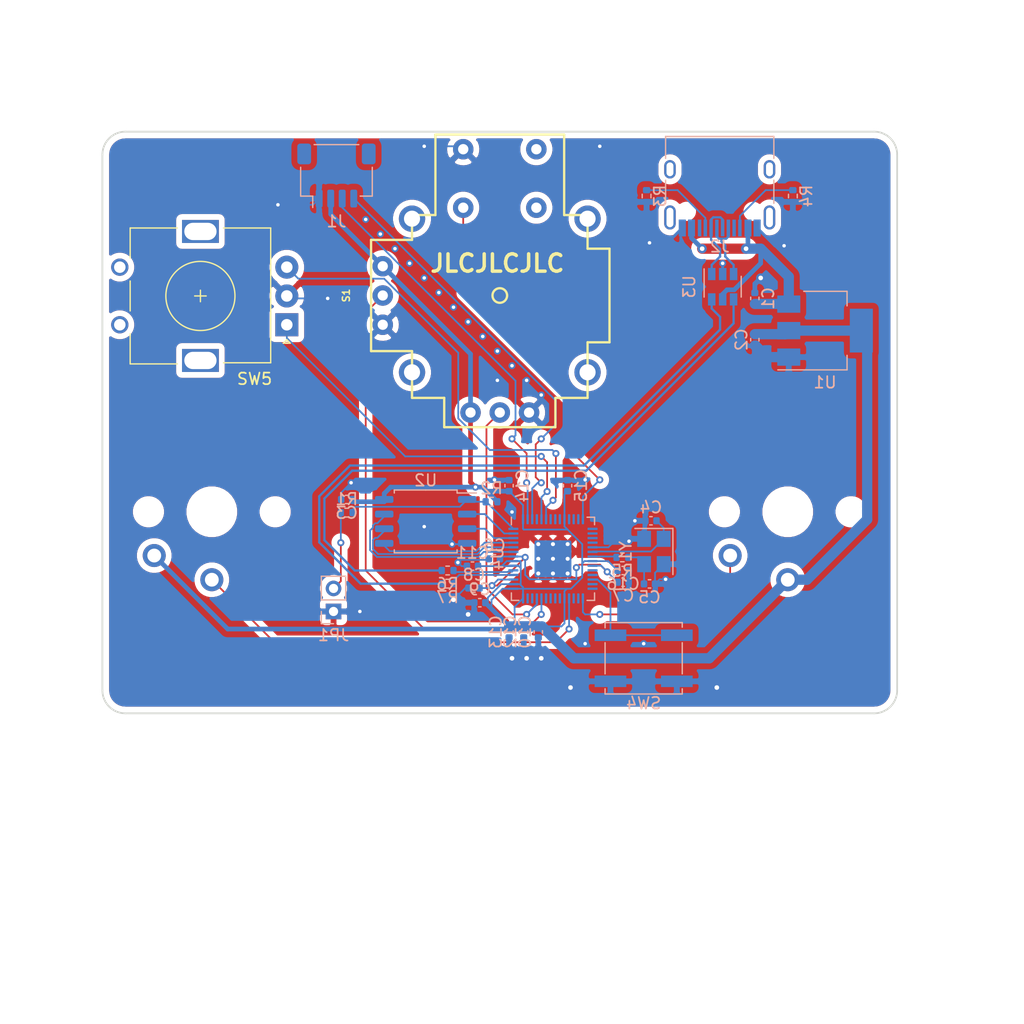
<source format=kicad_pcb>
(kicad_pcb (version 20171130) (host pcbnew "(5.1.12)-1")
  (layers (0 F.Cu signal) (31 B.Cu signal) (34 B.Paste user) (35 F.Paste user) (36 B.SilkS user) (37 F.SilkS user) (38 B.Mask user) (39 F.Mask user) (44 Edge.Cuts user))
  (net 0 "")
  (net 1 GND)
  (net 2 +3V3)
  (net 3 Y_POS)
  (net 4 X_POS)
  (net 5 VBUS)
  (net 6 /XIN)
  (net 7 "Net-(C5-Pad1)")
  (net 8 +1V1)
  (net 9 "Net-(J2-PadA5)")
  (net 10 /USB+)
  (net 11 "Net-(J2-PadB5)")
  (net 12 /QSPISS)
  (net 13 /XOUT)
  (net 14 "Net-(R6-Pad2)")
  (net 15 "Net-(R7-Pad2)")
  (net 16 BUTTON_C)
  (net 17 BUTTON_L)
  (net 18 BUTTON_R)
  (net 19 /RESET)
  (net 20 ENC_A)
  (net 21 ENC_B)
  (net 22 /QSPISD3)
  (net 23 /QSPICLK)
  (net 24 /QSPISD0)
  (net 25 /QSPISD2)
  (net 26 /QSPISD1)
  (net 27 DATA-)
  (net 28 DATA+)
  (net 29 /USB-)
  (net 30 I2C_SCL)
  (net 31 I2C_SDA)
  (net 32 "Net-(JP1-Pad2)")
  (module Connector_PinHeader_2.00mm:PinHeader_1x02_P2.00mm_Vertical (layer B.Cu) (at 20.066 41.656)
    (fp_text reference JP1 (at 0 2.06) (layer B.SilkS) (effects (justify mirror)))
    (fp_text value Jumper_NO_Small hide)
    (pad 2 thru_hole oval (at 0 -2) (size 1.35 1.35) (drill 0.8) (layers *.Cu *.Mask) (net 32 "Net-(JP1-Pad2)"))
    (pad 1 thru_hole rect (at 0 0) (size 1.35 1.35) (drill 0.8) (layers *.Cu *.Mask) (net 1 GND))
  )
  (module Resistor_SMD:R_0402_1005Metric (layer B.Cu) (at 33.782 32.131 180)
    (fp_text reference R2 (at 0 1.17) (layer B.SilkS) (effects (justify mirror)))
    (fp_text value DNP)
    (pad 2 smd roundrect (at 0.51 0 180) (size 0.54 0.64) (layers B.Cu B.Paste B.Mask) (net 12 /QSPISS))
    (pad 1 smd roundrect (at -0.51 0 180) (size 0.54 0.64) (layers B.Cu B.Paste B.Mask) (net 2 +3V3))
  )
  (module Connector_USB:USB_C_Receptacle_HRO_TYPE-C-31-M-12 (layer B.Cu) (at 53.594 4.318)
    (fp_text reference J2 (at 0 5.645) (layer B.SilkS) (effects (justify mirror)))
    (fp_text value USB_C_Receptacle_USB2.0 hide)
    (pad B1 smd rect (at 3.25 4.045) (size 0.6 1.45) (layers B.Cu B.Paste B.Mask) (net 1 GND))
    (pad A9 smd rect (at 2.45 4.045) (size 0.6 1.45) (layers B.Cu B.Paste B.Mask) (net 5 VBUS))
    (pad B9 smd rect (at -2.45 4.045) (size 0.6 1.45) (layers B.Cu B.Paste B.Mask) (net 5 VBUS))
    (pad B12 smd rect (at -3.25 4.045) (size 0.6 1.45) (layers B.Cu B.Paste B.Mask) (net 1 GND))
    (pad A1 smd rect (at -3.25 4.045) (size 0.6 1.45) (layers B.Cu B.Paste B.Mask) (net 1 GND))
    (pad A4 smd rect (at -2.45 4.045) (size 0.6 1.45) (layers B.Cu B.Paste B.Mask) (net 5 VBUS))
    (pad B4 smd rect (at 2.45 4.045) (size 0.6 1.45) (layers B.Cu B.Paste B.Mask) (net 5 VBUS))
    (pad A12 smd rect (at 3.25 4.045) (size 0.6 1.45) (layers B.Cu B.Paste B.Mask) (net 1 GND))
    (pad B8 smd rect (at -1.75 4.045) (size 0.3 1.45) (layers B.Cu B.Paste B.Mask))
    (pad A5 smd rect (at -1.25 4.045) (size 0.3 1.45) (layers B.Cu B.Paste B.Mask) (net 9 "Net-(J2-PadA5)"))
    (pad B7 smd rect (at -0.75 4.045) (size 0.3 1.45) (layers B.Cu B.Paste B.Mask) (net 29 /USB-))
    (pad A7 smd rect (at 0.25 4.045) (size 0.3 1.45) (layers B.Cu B.Paste B.Mask) (net 29 /USB-))
    (pad B6 smd rect (at 0.75 4.045) (size 0.3 1.45) (layers B.Cu B.Paste B.Mask) (net 10 /USB+))
    (pad A8 smd rect (at 1.25 4.045) (size 0.3 1.45) (layers B.Cu B.Paste B.Mask))
    (pad B5 smd rect (at 1.75 4.045) (size 0.3 1.45) (layers B.Cu B.Paste B.Mask) (net 11 "Net-(J2-PadB5)"))
    (pad A6 smd rect (at -0.25 4.045) (size 0.3 1.45) (layers B.Cu B.Paste B.Mask) (net 10 /USB+))
    (pad S1 thru_hole oval (at 4.32 3.13) (size 1 2.1) (drill oval 0.6 1.7) (layers *.Cu *.Mask))
    (pad S1 thru_hole oval (at -4.32 3.13) (size 1 2.1) (drill oval 0.6 1.7) (layers *.Cu *.Mask))
    (pad "" np_thru_hole circle (at -2.89 2.6) (size 0.65 0.65) (drill 0.65) (layers *.Cu *.Mask))
    (pad S1 thru_hole oval (at -4.32 -1.05) (size 1 1.6) (drill oval 0.6 1.2) (layers *.Cu *.Mask))
    (pad "" np_thru_hole circle (at 2.89 2.6) (size 0.65 0.65) (drill 0.65) (layers *.Cu *.Mask))
    (pad S1 thru_hole oval (at 4.32 -1.05) (size 1 1.6) (drill oval 0.6 1.2) (layers *.Cu *.Mask))
  )
  (module Resistor_SMD:R_0402_1005Metric (layer B.Cu) (at 29.972 39.243)
    (fp_text reference R7 (at 0 1.17) (layer B.SilkS) (effects (justify mirror)))
    (fp_text value 22 hide)
    (pad 2 smd roundrect (at 0.51 0) (size 0.54 0.64) (layers B.Cu B.Paste B.Mask) (net 15 "Net-(R7-Pad2)"))
    (pad 1 smd roundrect (at -0.51 0) (size 0.54 0.64) (layers B.Cu B.Paste B.Mask) (net 27 DATA-))
  )
  (module Resistor_SMD:R_0402_1005Metric (layer B.Cu) (at 29.972 38.1)
    (fp_text reference R6 (at 0 1.17) (layer B.SilkS) (effects (justify mirror)))
    (fp_text value 22 hide)
    (pad 2 smd roundrect (at 0.51 0) (size 0.54 0.64) (layers B.Cu B.Paste B.Mask) (net 14 "Net-(R6-Pad2)"))
    (pad 1 smd roundrect (at -0.51 0) (size 0.54 0.64) (layers B.Cu B.Paste B.Mask) (net 28 DATA+))
  )
  (module Resistor_SMD:R_0402_1005Metric (layer B.Cu) (at 45.139 36.957)
    (fp_text reference R5 (at 0 1.17) (layer B.SilkS) (effects (justify mirror)))
    (fp_text value 1k hide)
    (pad 2 smd roundrect (at 0.51 0) (size 0.54 0.64) (layers B.Cu B.Paste B.Mask) (net 7 "Net-(C5-Pad1)"))
    (pad 1 smd roundrect (at -0.51 0) (size 0.54 0.64) (layers B.Cu B.Paste B.Mask) (net 13 /XOUT))
  )
  (module Resistor_SMD:R_0402_1005Metric (layer B.Cu) (at 59.944 5.588 90)
    (fp_text reference R4 (at 0 1.17 90) (layer B.SilkS) (effects (justify mirror)))
    (fp_text value 5.1k hide)
    (pad 2 smd roundrect (at 0.51 0 90) (size 0.54 0.64) (layers B.Cu B.Paste B.Mask) (net 11 "Net-(J2-PadB5)"))
    (pad 1 smd roundrect (at -0.51 0 90) (size 0.54 0.64) (layers B.Cu B.Paste B.Mask) (net 1 GND))
  )
  (module Resistor_SMD:R_0402_1005Metric (layer B.Cu) (at 47.244 5.588 90)
    (fp_text reference R3 (at 0 1.17 270) (layer B.SilkS) (effects (justify mirror)))
    (fp_text value 5.1k hide)
    (pad 2 smd roundrect (at 0.51 0 90) (size 0.54 0.64) (layers B.Cu B.Paste B.Mask) (net 9 "Net-(J2-PadA5)"))
    (pad 1 smd roundrect (at -0.51 0 90) (size 0.54 0.64) (layers B.Cu B.Paste B.Mask) (net 1 GND))
  )
  (module Resistor_SMD:R_0402_1005Metric (layer B.Cu) (at 21.209 33.074 180)
    (fp_text reference R1 (at 0 1.17) (layer B.SilkS) (effects (justify mirror)))
    (fp_text value 1K hide)
    (pad 2 smd roundrect (at 0.51 0 180) (size 0.54 0.64) (layers B.Cu B.Paste B.Mask) (net 32 "Net-(JP1-Pad2)"))
    (pad 1 smd roundrect (at -0.51 0 180) (size 0.54 0.64) (layers B.Cu B.Paste B.Mask) (net 12 /QSPISS))
  )
  (module Capacitor_SMD:C_0402_1005Metric (layer B.Cu) (at 45.208 38.1)
    (fp_text reference C16 (at 0 1.16) (layer B.SilkS) (effects (justify mirror)))
    (fp_text value 100n hide)
    (pad 2 smd roundrect (at 0.48 0) (size 0.56 0.62) (layers B.Cu B.Paste B.Mask) (net 1 GND))
    (pad 1 smd roundrect (at -0.48 0) (size 0.56 0.62) (layers B.Cu B.Paste B.Mask) (net 2 +3V3))
  )
  (module Capacitor_SMD:C_0402_1005Metric (layer B.Cu) (at 40.386 30.734 90)
    (fp_text reference C15 (at 0 1.16 90) (layer B.SilkS) (effects (justify mirror)))
    (fp_text value 100n hide)
    (pad 2 smd roundrect (at 0.48 0 90) (size 0.56 0.62) (layers B.Cu B.Paste B.Mask) (net 1 GND))
    (pad 1 smd roundrect (at -0.48 0 90) (size 0.56 0.62) (layers B.Cu B.Paste B.Mask) (net 2 +3V3))
  )
  (module Capacitor_SMD:C_0402_1005Metric (layer B.Cu) (at 35.306 30.734 90)
    (fp_text reference C14 (at 0 1.16 90) (layer B.SilkS) (effects (justify mirror)))
    (fp_text value 100n hide)
    (pad 2 smd roundrect (at 0.48 0 90) (size 0.56 0.62) (layers B.Cu B.Paste B.Mask) (net 1 GND))
    (pad 1 smd roundrect (at -0.48 0 90) (size 0.56 0.62) (layers B.Cu B.Paste B.Mask) (net 2 +3V3))
  )
  (module Capacitor_SMD:C_0402_1005Metric (layer B.Cu) (at 35.306 43.434 270)
    (fp_text reference C13 (at 0 1.16 90) (layer B.SilkS) (effects (justify mirror)))
    (fp_text value 1u hide)
    (pad 2 smd roundrect (at 0.48 0 270) (size 0.56 0.62) (layers B.Cu B.Paste B.Mask) (net 1 GND))
    (pad 1 smd roundrect (at -0.48 0 270) (size 0.56 0.62) (layers B.Cu B.Paste B.Mask) (net 2 +3V3))
  )
  (module Capacitor_SMD:C_0402_1005Metric (layer B.Cu) (at 36.576 43.434 270)
    (fp_text reference C12 (at 0 1.16 90) (layer B.SilkS) (effects (justify mirror)))
    (fp_text value 100n hide)
    (pad 2 smd roundrect (at 0.48 0 270) (size 0.56 0.62) (layers B.Cu B.Paste B.Mask) (net 1 GND))
    (pad 1 smd roundrect (at -0.48 0 270) (size 0.56 0.62) (layers B.Cu B.Paste B.Mask) (net 2 +3V3))
  )
  (module Capacitor_SMD:C_0402_1005Metric (layer B.Cu) (at 32.131 37.719 180)
    (fp_text reference C11 (at 0 1.16) (layer B.SilkS) (effects (justify mirror)))
    (fp_text value 100n hide)
    (pad 2 smd roundrect (at 0.48 0 180) (size 0.56 0.62) (layers B.Cu B.Paste B.Mask) (net 1 GND))
    (pad 1 smd roundrect (at -0.48 0 180) (size 0.56 0.62) (layers B.Cu B.Paste B.Mask) (net 2 +3V3))
  )
  (module Capacitor_SMD:C_0402_1005Metric (layer B.Cu) (at 37.846 43.434 270)
    (fp_text reference C10 (at 0 1.16 90) (layer B.SilkS) (effects (justify mirror)))
    (fp_text value 100n hide)
    (pad 2 smd roundrect (at 0.48 0 270) (size 0.56 0.62) (layers B.Cu B.Paste B.Mask) (net 1 GND))
    (pad 1 smd roundrect (at -0.48 0 270) (size 0.56 0.62) (layers B.Cu B.Paste B.Mask) (net 2 +3V3))
  )
  (module Capacitor_SMD:C_0402_1005Metric (layer B.Cu) (at 32.766 40.894 180)
    (fp_text reference C9 (at 0 1.16) (layer B.SilkS) (effects (justify mirror)))
    (fp_text value 100n hide)
    (pad 2 smd roundrect (at 0.48 0 180) (size 0.56 0.62) (layers B.Cu B.Paste B.Mask) (net 1 GND))
    (pad 1 smd roundrect (at -0.48 0 180) (size 0.56 0.62) (layers B.Cu B.Paste B.Mask) (net 2 +3V3))
  )
  (module Capacitor_SMD:C_0402_1005Metric (layer B.Cu) (at 32.258 39.624 180)
    (fp_text reference C8 (at 0 1.16) (layer B.SilkS) (effects (justify mirror)))
    (fp_text value 1u hide)
    (pad 2 smd roundrect (at 0.48 0 180) (size 0.56 0.62) (layers B.Cu B.Paste B.Mask) (net 1 GND))
    (pad 1 smd roundrect (at -0.48 0 180) (size 0.56 0.62) (layers B.Cu B.Paste B.Mask) (net 8 +1V1))
  )
  (module Capacitor_SMD:C_0402_1005Metric (layer B.Cu) (at 45.208 39.116)
    (fp_text reference C7 (at 0 1.16) (layer B.SilkS) (effects (justify mirror)))
    (fp_text value 100n hide)
    (pad 1 smd roundrect (at -0.48 0) (size 0.56 0.62) (layers B.Cu B.Paste B.Mask) (net 8 +1V1))
    (pad 2 smd roundrect (at 0.48 0) (size 0.56 0.62) (layers B.Cu B.Paste B.Mask) (net 1 GND))
  )
  (module Capacitor_SMD:C_0402_1005Metric (layer B.Cu) (at 34.036 37.084 180)
    (fp_text reference C6 (at 0 1.16) (layer B.SilkS) (effects (justify mirror)))
    (fp_text value 100n hide)
    (pad 2 smd roundrect (at 0.48 0 180) (size 0.56 0.62) (layers B.Cu B.Paste B.Mask) (net 1 GND))
    (pad 1 smd roundrect (at -0.48 0 180) (size 0.56 0.62) (layers B.Cu B.Paste B.Mask) (net 8 +1V1))
  )
  (module Capacitor_SMD:C_0402_1005Metric (layer B.Cu) (at 47.498 39.262)
    (fp_text reference C5 (at 0 1.16) (layer B.SilkS) (effects (justify mirror)))
    (fp_text value 22p hide)
    (pad 2 smd roundrect (at 0.48 0) (size 0.56 0.62) (layers B.Cu B.Paste B.Mask) (net 1 GND))
    (pad 1 smd roundrect (at -0.48 0) (size 0.56 0.62) (layers B.Cu B.Paste B.Mask) (net 7 "Net-(C5-Pad1)"))
  )
  (module Capacitor_SMD:C_0402_1005Metric (layer B.Cu) (at 47.625 33.782 180)
    (fp_text reference C4 (at 0 1.16) (layer B.SilkS) (effects (justify mirror)))
    (fp_text value 22p hide)
    (pad 2 smd roundrect (at 0.48 0 180) (size 0.56 0.62) (layers B.Cu B.Paste B.Mask) (net 1 GND))
    (pad 1 smd roundrect (at -0.48 0 180) (size 0.56 0.62) (layers B.Cu B.Paste B.Mask) (net 6 /XIN))
  )
  (module Capacitor_SMD:C_0402_1005Metric (layer B.Cu) (at 21.209 31.931)
    (fp_text reference C3 (at 0 1.16) (layer B.SilkS) (effects (justify mirror)))
    (fp_text value 100n hide)
    (pad 2 smd roundrect (at 0.48 0) (size 0.56 0.62) (layers B.Cu B.Paste B.Mask) (net 2 +3V3))
    (pad 1 smd roundrect (at -0.48 0) (size 0.56 0.62) (layers B.Cu B.Paste B.Mask) (net 1 GND))
  )
  (module Capacitor_SMD:C_0402_1005Metric (layer B.Cu) (at 56.642 18.062 270)
    (fp_text reference C2 (at 0 1.16 90) (layer B.SilkS) (effects (justify mirror)))
    (fp_text value 22u hide)
    (pad 2 smd roundrect (at 0.48 0 270) (size 0.56 0.62) (layers B.Cu B.Paste B.Mask) (net 1 GND))
    (pad 1 smd roundrect (at -0.48 0 270) (size 0.56 0.62) (layers B.Cu B.Paste B.Mask) (net 2 +3V3))
  )
  (module Capacitor_SMD:C_0402_1005Metric (layer B.Cu) (at 56.642 14.478 90)
    (fp_text reference C1 (at 0 1.16 90) (layer B.SilkS) (effects (justify mirror)))
    (fp_text value 22u hide)
    (pad 2 smd roundrect (at 0.48 0 90) (size 0.56 0.62) (layers B.Cu B.Paste B.Mask) (net 1 GND))
    (pad 1 smd roundrect (at -0.48 0 90) (size 0.56 0.62) (layers B.Cu B.Paste B.Mask) (net 5 VBUS))
  )
  (module RP2040_minimal:RP2040-QFN-56 (layer B.Cu) (at 39.116 37.084 270)
    (fp_text reference U4 (at 0 4.82 270) (layer B.SilkS) (effects (justify mirror)))
    (fp_text value RP2040 hide)
    (pad 56 smd roundrect (at -2.6 3.4375 270) (size 0.2 0.875) (layers B.Cu B.Paste B.Mask) (net 12 /QSPISS))
    (pad 55 smd roundrect (at -2.2 3.4375 270) (size 0.2 0.875) (layers B.Cu B.Paste B.Mask) (net 26 /QSPISD1))
    (pad 54 smd roundrect (at -1.8 3.4375 270) (size 0.2 0.875) (layers B.Cu B.Paste B.Mask) (net 25 /QSPISD2))
    (pad 53 smd roundrect (at -1.4 3.4375 270) (size 0.2 0.875) (layers B.Cu B.Paste B.Mask) (net 24 /QSPISD0))
    (pad 52 smd roundrect (at -1 3.4375 270) (size 0.2 0.875) (layers B.Cu B.Paste B.Mask) (net 23 /QSPICLK))
    (pad 51 smd roundrect (at -0.6 3.4375 270) (size 0.2 0.875) (layers B.Cu B.Paste B.Mask) (net 22 /QSPISD3))
    (pad 50 smd roundrect (at -0.2 3.4375 270) (size 0.2 0.875) (layers B.Cu B.Paste B.Mask) (net 8 +1V1))
    (pad 49 smd roundrect (at 0.2 3.4375 270) (size 0.2 0.875) (layers B.Cu B.Paste B.Mask) (net 2 +3V3))
    (pad 48 smd roundrect (at 0.6 3.4375 270) (size 0.2 0.875) (layers B.Cu B.Paste B.Mask) (net 2 +3V3))
    (pad 47 smd roundrect (at 1 3.4375 270) (size 0.2 0.875) (layers B.Cu B.Paste B.Mask) (net 14 "Net-(R6-Pad2)"))
    (pad 46 smd roundrect (at 1.4 3.4375 270) (size 0.2 0.875) (layers B.Cu B.Paste B.Mask) (net 15 "Net-(R7-Pad2)"))
    (pad 45 smd roundrect (at 1.8 3.4375 270) (size 0.2 0.875) (layers B.Cu B.Paste B.Mask) (net 8 +1V1))
    (pad 44 smd roundrect (at 2.2 3.4375 270) (size 0.2 0.875) (layers B.Cu B.Paste B.Mask) (net 2 +3V3))
    (pad 43 smd roundrect (at 2.6 3.4375 270) (size 0.2 0.875) (layers B.Cu B.Paste B.Mask) (net 2 +3V3))
    (pad 42 smd roundrect (at 3.4375 2.6 270) (size 0.875 0.2) (layers B.Cu B.Paste B.Mask) (net 2 +3V3))
    (pad 41 smd roundrect (at 3.4375 2.2 270) (size 0.875 0.2) (layers B.Cu B.Paste B.Mask))
    (pad 40 smd roundrect (at 3.4375 1.8 270) (size 0.875 0.2) (layers B.Cu B.Paste B.Mask))
    (pad 39 smd roundrect (at 3.4375 1.4 270) (size 0.875 0.2) (layers B.Cu B.Paste B.Mask) (net 4 X_POS))
    (pad 38 smd roundrect (at 3.4375 1 270) (size 0.875 0.2) (layers B.Cu B.Paste B.Mask) (net 3 Y_POS))
    (pad 37 smd roundrect (at 3.4375 0.6 270) (size 0.875 0.2) (layers B.Cu B.Paste B.Mask))
    (pad 36 smd roundrect (at 3.4375 0.2 270) (size 0.875 0.2) (layers B.Cu B.Paste B.Mask))
    (pad 35 smd roundrect (at 3.4375 -0.2 270) (size 0.875 0.2) (layers B.Cu B.Paste B.Mask))
    (pad 34 smd roundrect (at 3.4375 -0.6 270) (size 0.875 0.2) (layers B.Cu B.Paste B.Mask))
    (pad 33 smd roundrect (at 3.4375 -1 270) (size 0.875 0.2) (layers B.Cu B.Paste B.Mask) (net 2 +3V3))
    (pad 32 smd roundrect (at 3.4375 -1.4 270) (size 0.875 0.2) (layers B.Cu B.Paste B.Mask) (net 17 BUTTON_L))
    (pad 31 smd roundrect (at 3.4375 -1.8 270) (size 0.875 0.2) (layers B.Cu B.Paste B.Mask))
    (pad 30 smd roundrect (at 3.4375 -2.2 270) (size 0.875 0.2) (layers B.Cu B.Paste B.Mask))
    (pad 29 smd roundrect (at 3.4375 -2.6 270) (size 0.875 0.2) (layers B.Cu B.Paste B.Mask) (net 18 BUTTON_R))
    (pad 28 smd roundrect (at 2.6 -3.4375 270) (size 0.2 0.875) (layers B.Cu B.Paste B.Mask))
    (pad 27 smd roundrect (at 2.2 -3.4375 270) (size 0.2 0.875) (layers B.Cu B.Paste B.Mask))
    (pad 26 smd roundrect (at 1.8 -3.4375 270) (size 0.2 0.875) (layers B.Cu B.Paste B.Mask) (net 19 /RESET))
    (pad 25 smd roundrect (at 1.4 -3.4375 270) (size 0.2 0.875) (layers B.Cu B.Paste B.Mask))
    (pad 24 smd roundrect (at 1 -3.4375 270) (size 0.2 0.875) (layers B.Cu B.Paste B.Mask))
    (pad 23 smd roundrect (at 0.6 -3.4375 270) (size 0.2 0.875) (layers B.Cu B.Paste B.Mask) (net 8 +1V1))
    (pad 22 smd roundrect (at 0.2 -3.4375 270) (size 0.2 0.875) (layers B.Cu B.Paste B.Mask) (net 2 +3V3))
    (pad 21 smd roundrect (at -0.2 -3.4375 270) (size 0.2 0.875) (layers B.Cu B.Paste B.Mask) (net 13 /XOUT))
    (pad 20 smd roundrect (at -0.6 -3.4375 270) (size 0.2 0.875) (layers B.Cu B.Paste B.Mask) (net 6 /XIN))
    (pad 19 smd roundrect (at -1 -3.4375 270) (size 0.2 0.875) (layers B.Cu B.Paste B.Mask) (net 1 GND))
    (pad 18 smd roundrect (at -1.4 -3.4375 270) (size 0.2 0.875) (layers B.Cu B.Paste B.Mask))
    (pad 17 smd roundrect (at -1.8 -3.4375 270) (size 0.2 0.875) (layers B.Cu B.Paste B.Mask))
    (pad 16 smd roundrect (at -2.2 -3.4375 270) (size 0.2 0.875) (layers B.Cu B.Paste B.Mask))
    (pad 15 smd roundrect (at -2.6 -3.4375 270) (size 0.2 0.875) (layers B.Cu B.Paste B.Mask))
    (pad 14 smd roundrect (at -3.4375 -2.6 270) (size 0.875 0.2) (layers B.Cu B.Paste B.Mask) (net 16 BUTTON_C))
    (pad 13 smd roundrect (at -3.4375 -2.2 270) (size 0.875 0.2) (layers B.Cu B.Paste B.Mask))
    (pad 12 smd roundrect (at -3.4375 -1.8 270) (size 0.875 0.2) (layers B.Cu B.Paste B.Mask))
    (pad 11 smd roundrect (at -3.4375 -1.4 270) (size 0.875 0.2) (layers B.Cu B.Paste B.Mask))
    (pad 10 smd roundrect (at -3.4375 -1 270) (size 0.875 0.2) (layers B.Cu B.Paste B.Mask) (net 2 +3V3))
    (pad 9 smd roundrect (at -3.4375 -0.6 270) (size 0.875 0.2) (layers B.Cu B.Paste B.Mask))
    (pad 8 smd roundrect (at -3.4375 -0.2 270) (size 0.875 0.2) (layers B.Cu B.Paste B.Mask))
    (pad 7 smd roundrect (at -3.4375 0.2 270) (size 0.875 0.2) (layers B.Cu B.Paste B.Mask))
    (pad 6 smd roundrect (at -3.4375 0.6 270) (size 0.875 0.2) (layers B.Cu B.Paste B.Mask) (net 21 ENC_B))
    (pad 5 smd roundrect (at -3.4375 1 270) (size 0.875 0.2) (layers B.Cu B.Paste B.Mask) (net 20 ENC_A))
    (pad 4 smd roundrect (at -3.4375 1.4 270) (size 0.875 0.2) (layers B.Cu B.Paste B.Mask))
    (pad 3 smd roundrect (at -3.4375 1.8 270) (size 0.875 0.2) (layers B.Cu B.Paste B.Mask) (net 30 I2C_SCL))
    (pad 2 smd roundrect (at -3.4375 2.2 270) (size 0.875 0.2) (layers B.Cu B.Paste B.Mask) (net 31 I2C_SDA))
    (pad 1 smd roundrect (at -3.4375 2.6 270) (size 0.875 0.2) (layers B.Cu B.Paste B.Mask) (net 2 +3V3))
    (pad 57 thru_hole circle (at 1.275 -1.275 270) (size 0.6 0.6) (drill 0.35) (layers *.Cu) (net 1 GND))
    (pad 57 thru_hole circle (at 0 -1.275 270) (size 0.6 0.6) (drill 0.35) (layers *.Cu) (net 1 GND))
    (pad 57 thru_hole circle (at -1.275 -1.275 270) (size 0.6 0.6) (drill 0.35) (layers *.Cu) (net 1 GND))
    (pad 57 thru_hole circle (at 1.275 0 270) (size 0.6 0.6) (drill 0.35) (layers *.Cu) (net 1 GND))
    (pad 57 thru_hole circle (at 0 0 270) (size 0.6 0.6) (drill 0.35) (layers *.Cu) (net 1 GND))
    (pad 57 thru_hole circle (at -1.275 0 270) (size 0.6 0.6) (drill 0.35) (layers *.Cu) (net 1 GND))
    (pad 57 thru_hole circle (at 1.275 1.275 270) (size 0.6 0.6) (drill 0.35) (layers *.Cu) (net 1 GND))
    (pad 57 thru_hole circle (at 0 1.275 270) (size 0.6 0.6) (drill 0.35) (layers *.Cu) (net 1 GND))
    (pad 57 thru_hole circle (at -1.275 1.275 270) (size 0.6 0.6) (drill 0.35) (layers *.Cu) (net 1 GND))
    (pad 57 smd roundrect (at 0 0 270) (size 3.2 3.2) (layers B.Cu B.Mask) (roundrect_rratio 0.045) (net 1 GND))
  )
  (module Connector_JST:JST_SH_SM04B-SRSS-TB_1x04-1MP_P1.00mm_Horizontal (layer B.Cu) (at 20.32 3.81)
    (fp_text reference J1 (at 0 3.98) (layer B.SilkS) (effects (justify mirror)))
    (fp_text value Conn_01x04 hide)
    (pad MP smd roundrect (at 2.8 -1.875) (size 1.2 1.8) (layers B.Cu B.Paste B.Mask) (roundrect_rratio 0.208333))
    (pad MP smd roundrect (at -2.8 -1.875) (size 1.2 1.8) (layers B.Cu B.Paste B.Mask) (roundrect_rratio 0.208333))
    (pad 4 smd roundrect (at 1.5 2) (size 0.6 1.55) (layers B.Cu B.Paste B.Mask) (net 30 I2C_SCL))
    (pad 3 smd roundrect (at 0.5 2) (size 0.6 1.55) (layers B.Cu B.Paste B.Mask) (net 31 I2C_SDA))
    (pad 2 smd roundrect (at -0.5 2) (size 0.6 1.55) (layers B.Cu B.Paste B.Mask) (net 2 +3V3))
    (pad 1 smd roundrect (at -1.5 2) (size 0.6 1.55) (layers B.Cu B.Paste B.Mask) (net 1 GND))
  )
  (module Crystal:Crystal_SMD_3225-4Pin_3.2x2.5mm (layer B.Cu) (at 47.879 36.449 270)
    (fp_text reference Y1 (at 0 2.45 90) (layer B.SilkS) (effects (justify mirror)))
    (fp_text value 12MHz hide)
    (pad 4 smd rect (at -1.1 0.85 270) (size 1.4 1.2) (layers B.Cu B.Paste B.Mask) (net 1 GND))
    (pad 3 smd rect (at 1.1 0.85 270) (size 1.4 1.2) (layers B.Cu B.Paste B.Mask) (net 7 "Net-(C5-Pad1)"))
    (pad 2 smd rect (at 1.1 -0.85 270) (size 1.4 1.2) (layers B.Cu B.Paste B.Mask) (net 1 GND))
    (pad 1 smd rect (at -1.1 -0.85 270) (size 1.4 1.2) (layers B.Cu B.Paste B.Mask) (net 6 /XIN))
  )
  (module Package_TO_SOT_SMD:SOT-23-6 (layer B.Cu) (at 53.848 13.462 270)
    (fp_text reference U3 (at 0 2.9 90) (layer B.SilkS) (effects (justify mirror)))
    (fp_text value USBLC6-2SC6 hide)
    (pad 5 smd rect (at 1.1 0 270) (size 1.06 0.65) (layers B.Cu B.Paste B.Mask) (net 5 VBUS))
    (pad 6 smd rect (at 1.1 0.95 270) (size 1.06 0.65) (layers B.Cu B.Paste B.Mask) (net 27 DATA-))
    (pad 4 smd rect (at 1.1 -0.95 270) (size 1.06 0.65) (layers B.Cu B.Paste B.Mask) (net 28 DATA+))
    (pad 3 smd rect (at -1.1 -0.95 270) (size 1.06 0.65) (layers B.Cu B.Paste B.Mask) (net 10 /USB+))
    (pad 2 smd rect (at -1.1 0 270) (size 1.06 0.65) (layers B.Cu B.Paste B.Mask) (net 1 GND))
    (pad 1 smd rect (at -1.1 0.95 270) (size 1.06 0.65) (layers B.Cu B.Paste B.Mask) (net 29 /USB-))
  )
  (module Package_SO:SOIC-8_5.23x5.23mm_P1.27mm (layer B.Cu) (at 28.067 33.836 180)
    (fp_text reference U2 (at 0 3.56) (layer B.SilkS) (effects (justify mirror)))
    (fp_text value W25Q128JVS hide)
    (pad 8 smd roundrect (at 3.6 1.905 180) (size 1.6 0.6) (layers B.Cu B.Paste B.Mask) (net 2 +3V3))
    (pad 7 smd roundrect (at 3.6 0.635 180) (size 1.6 0.6) (layers B.Cu B.Paste B.Mask) (net 22 /QSPISD3))
    (pad 6 smd roundrect (at 3.6 -0.635 180) (size 1.6 0.6) (layers B.Cu B.Paste B.Mask) (net 23 /QSPICLK))
    (pad 5 smd roundrect (at 3.6 -1.905 180) (size 1.6 0.6) (layers B.Cu B.Paste B.Mask) (net 24 /QSPISD0))
    (pad 4 smd roundrect (at -3.6 -1.905 180) (size 1.6 0.6) (layers B.Cu B.Paste B.Mask) (net 1 GND))
    (pad 3 smd roundrect (at -3.6 -0.635 180) (size 1.6 0.6) (layers B.Cu B.Paste B.Mask) (net 25 /QSPISD2))
    (pad 2 smd roundrect (at -3.6 0.635 180) (size 1.6 0.6) (layers B.Cu B.Paste B.Mask) (net 26 /QSPISD1))
    (pad 1 smd roundrect (at -3.6 1.905 180) (size 1.6 0.6) (layers B.Cu B.Paste B.Mask) (net 12 /QSPISS))
  )
  (module Package_TO_SOT_SMD:SOT-223-3_TabPin2 (layer B.Cu) (at 62.738 17.272)
    (fp_text reference U1 (at 0 4.5) (layer B.SilkS) (effects (justify mirror)))
    (fp_text value AMS1117-3.3 hide)
    (pad 1 smd rect (at -3.15 2.3) (size 2 1.5) (layers B.Cu B.Paste B.Mask) (net 1 GND))
    (pad 3 smd rect (at -3.15 -2.3) (size 2 1.5) (layers B.Cu B.Paste B.Mask) (net 5 VBUS))
    (pad 2 smd rect (at -3.15 0) (size 2 1.5) (layers B.Cu B.Paste B.Mask) (net 2 +3V3))
    (pad 2 smd rect (at 3.15 0) (size 2 3.8) (layers B.Cu B.Paste B.Mask) (net 2 +3V3))
  )
  (module Rotary_Encoder:RotaryEncoder_Alps_EC11E_Vertical_H20mm (layer F.Cu) (at 16.01 16.764 180)
    (fp_text reference SW5 (at 2.8 -4.7) (layer F.SilkS))
    (fp_text value Rotary_Encoder hide)
    (pad A thru_hole rect (at 0 0 180) (size 2 2) (drill 1) (layers *.Cu *.Mask) (net 20 ENC_A))
    (pad C thru_hole circle (at 0 2.5 180) (size 2 2) (drill 1) (layers *.Cu *.Mask) (net 1 GND))
    (pad B thru_hole circle (at 0 5 180) (size 2 2) (drill 1) (layers *.Cu *.Mask) (net 21 ENC_B))
    (pad MP thru_hole rect (at 7.5 -3.1 180) (size 3.2 2) (drill oval 2.8 1.5) (layers *.Cu *.Mask))
    (pad MP thru_hole rect (at 7.5 8.1 180) (size 3.2 2) (drill oval 2.8 1.5) (layers *.Cu *.Mask))
    (pad "" thru_hole circle (at 14.5 0 180) (size 1.5 1.5) (drill 1) (layers *.Cu *.Mask))
    (pad "" thru_hole circle (at 14.5 5 180) (size 1.5 1.5) (drill 1) (layers *.Cu *.Mask))
  )
  (module Button_Switch_SMD:SW_SPST_EVQP0 (layer B.Cu) (at 46.99 45.72)
    (fp_text reference SW4 (at 0 3.9) (layer B.SilkS) (effects (justify mirror)))
    (fp_text value SW_SPST hide)
    (pad 2 smd rect (at 2.88 -2) (size 2.75 1) (layers B.Cu B.Paste B.Mask) (net 19 /RESET))
    (pad 2 smd rect (at -2.88 -2) (size 2.75 1) (layers B.Cu B.Paste B.Mask) (net 19 /RESET))
    (pad 1 smd rect (at -2.88 2) (size 2.75 1) (layers B.Cu B.Paste B.Mask) (net 1 GND))
    (pad 1 smd rect (at 2.88 2) (size 2.75 1) (layers B.Cu B.Paste B.Mask) (net 1 GND))
  )
  (module Keebio:Kailh-PG1350-1u-NoLED (layer F.Cu) (at 59.5 33)
    (fp_text reference SW3)
    (fp_text value SW_Push hide)
    (pad "" np_thru_hole circle (at 5.5 0 180) (size 1.7 1.7) (drill 1.7) (layers *.Cu *.Mask))
    (pad "" np_thru_hole circle (at -5.5 0 180) (size 1.7 1.7) (drill 1.7) (layers *.Cu *.Mask))
    (pad 2 thru_hole circle (at -5 3.8 41.9) (size 2 2) (drill 1.2) (layers *.Cu *.Mask) (net 18 BUTTON_R))
    (pad 1 thru_hole circle (at 0 5.9 180) (size 2 2) (drill 1.2) (layers *.Cu *.Mask) (net 2 +3V3))
    (pad "" np_thru_hole circle (at 0 0 180) (size 3.4 3.4) (drill 3.4) (layers *.Cu *.Mask))
  )
  (module Keebio:Kailh-PG1350-1u-NoLED (layer F.Cu) (at 9.5 33)
    (fp_text reference SW1)
    (fp_text value SW_Push hide)
    (pad "" np_thru_hole circle (at 5.5 0 180) (size 1.7 1.7) (drill 1.7) (layers *.Cu *.Mask))
    (pad "" np_thru_hole circle (at -5.5 0 180) (size 1.7 1.7) (drill 1.7) (layers *.Cu *.Mask))
    (pad 2 thru_hole circle (at -5 3.8 41.9) (size 2 2) (drill 1.2) (layers *.Cu *.Mask) (net 2 +3V3))
    (pad 1 thru_hole circle (at 0 5.9 180) (size 2 2) (drill 1.2) (layers *.Cu *.Mask) (net 17 BUTTON_L))
    (pad "" np_thru_hole circle (at 0 0 180) (size 3.4 3.4) (drill 3.4) (layers *.Cu *.Mask))
  )
  (module sparkfun-sw:JOYSTICK (layer F.Cu) (at 34.5 14.224)
    (fp_text reference S1 (at -13.335 0 90) (layer F.SilkS) (effects (font (size 0.6096 0.6096) (thickness 0.127))))
    (fp_text value JOYSTICK_THUMB hide)
    (pad V3 thru_hole circle (at -10.16 2.54) (size 1.778 1.778) (drill 0.889) (layers *.Cu *.Mask) (net 1 GND))
    (pad V2 thru_hole circle (at -10.16 0) (size 1.778 1.778) (drill 0.889) (layers *.Cu *.Mask) (net 3 Y_POS))
    (pad V1 thru_hole circle (at -10.16 -2.54) (size 1.778 1.778) (drill 0.889) (layers *.Cu *.Mask) (net 2 +3V3))
    (pad MOUN thru_hole circle (at 7.62 -6.6675) (size 2.286 2.286) (drill 1.397) (layers *.Cu *.Mask))
    (pad MOUN thru_hole circle (at 7.62 6.6675) (size 2.286 2.286) (drill 1.397) (layers *.Cu *.Mask))
    (pad MOUN thru_hole circle (at -7.62 6.6675) (size 2.286 2.286) (drill 1.397) (layers *.Cu *.Mask))
    (pad MOUN thru_hole circle (at -7.62 -6.6675) (size 2.286 2.286) (drill 1.397) (layers *.Cu *.Mask))
    (pad H3 thru_hole circle (at 2.54 10.16) (size 1.778 1.778) (drill 0.889) (layers *.Cu *.Mask) (net 1 GND))
    (pad H2 thru_hole circle (at 0 10.16) (size 1.778 1.778) (drill 0.889) (layers *.Cu *.Mask) (net 4 X_POS))
    (pad H1 thru_hole circle (at -2.54 10.16) (size 1.778 1.778) (drill 0.889) (layers *.Cu *.Mask) (net 2 +3V3))
    (pad B2B thru_hole circle (at 3.175 -7.62) (size 1.778 1.778) (drill 0.89916) (layers *.Cu *.Mask))
    (pad B2A thru_hole circle (at -3.175 -7.62) (size 1.778 1.778) (drill 0.89916) (layers *.Cu *.Mask) (net 16 BUTTON_C))
    (pad B1B thru_hole circle (at 3.175 -12.7) (size 1.778 1.778) (drill 0.89916) (layers *.Cu *.Mask))
    (pad B1A thru_hole circle (at -3.175 -12.7) (size 1.778 1.778) (drill 0.89916) (layers *.Cu *.Mask) (net 1 GND))
  )
  (gr_text JLCJLCJLC (at 34.29 11.43) (layer F.SilkS) (effects (font (size 1.5 1.5) (thickness 0.3))))
  (gr_arc (start 67 48.5) (end 69 48.5) (angle 90) (layer Edge.Cuts) (width 0.15))
  (gr_arc (start 2 48.5) (end 0 48.5) (angle -90) (layer Edge.Cuts) (width 0.15))
  (gr_arc (start 2 2) (end 0 2) (angle 90) (layer Edge.Cuts) (width 0.15))
  (gr_arc (start 67 2) (end 69 2) (angle -90) (layer Edge.Cuts) (width 0.15))
  (gr_line (start 0 48.5) (end 0 2) (layer Edge.Cuts) (width 0.15))
  (gr_line (start 67 50.5) (end 2 50.5) (layer Edge.Cuts) (width 0.15))
  (gr_line (start 69 2) (end 69 48.5) (layer Edge.Cuts) (width 0.15))
  (gr_line (start 2 0) (end 67 0) (layer Edge.Cuts) (width 0.15))
  (segment (start 47.029 33.898) (end 47.145 33.782) (width 0.1524) (layer B.Cu) (net 1))
  (segment (start 47.029 35.349) (end 47.029 33.898) (width 0.1524) (layer B.Cu) (net 1))
  (via (at 46.228 33.782) (size 0.6096) (drill 0.3048) (layers F.Cu B.Cu) (net 1))
  (via (at 48.895 38.862) (size 0.6096) (drill 0.3048) (layers F.Cu B.Cu) (net 1))
  (segment (start 46.228 33.782) (end 47.145 33.782) (width 0.1524) (layer B.Cu) (net 1))
  (via (at 53.848 11.43) (size 0.6096) (drill 0.3048) (layers F.Cu B.Cu) (net 1))
  (via (at 59.182 9.906) (size 0.6096) (drill 0.3048) (layers F.Cu B.Cu) (net 1))
  (segment (start 53.848 12.362) (end 53.848 11.43) (width 0.254) (layer B.Cu) (net 1))
  (segment (start 58.387 9.906) (end 59.182 9.906) (width 0.254) (layer B.Cu) (net 1))
  (segment (start 56.844 8.363) (end 58.387 9.906) (width 0.254) (layer B.Cu) (net 1))
  (via (at 47.498 9.652) (size 0.6096) (drill 0.3048) (layers F.Cu B.Cu) (net 1))
  (segment (start 49.055 9.652) (end 47.498 9.652) (width 0.254) (layer B.Cu) (net 1))
  (segment (start 50.344 8.363) (end 49.055 9.652) (width 0.254) (layer B.Cu) (net 1))
  (via (at 30.353 35.814) (size 0.6096) (drill 0.3048) (layers F.Cu B.Cu) (net 1))
  (segment (start 31.54 35.814) (end 31.667 35.941) (width 0.1524) (layer B.Cu) (net 1))
  (segment (start 30.353 35.814) (end 31.54 35.814) (width 0.1524) (layer B.Cu) (net 1))
  (segment (start 56.69801 18.57101) (end 56.642 18.57101) (width 0.889) (layer B.Cu) (net 1))
  (segment (start 57.699 19.572) (end 56.69801 18.57101) (width 0.889) (layer B.Cu) (net 1))
  (segment (start 59.588 19.572) (end 57.699 19.572) (width 0.889) (layer B.Cu) (net 1))
  (via (at 57.15 12.7) (size 0.8) (drill 0.4) (layers F.Cu B.Cu) (net 1))
  (segment (start 56.642 13.208) (end 57.15 12.7) (width 0.4064) (layer B.Cu) (net 1))
  (segment (start 56.642 13.998) (end 56.642 13.208) (width 0.4064) (layer B.Cu) (net 1))
  (via (at 21.59 30.48) (size 0.6096) (drill 0.3048) (layers F.Cu B.Cu) (net 1))
  (segment (start 20.729 32.131) (end 20.729 31.341) (width 0.1524) (layer B.Cu) (net 1))
  (segment (start 20.729 31.341) (end 21.59 30.48) (width 0.1524) (layer B.Cu) (net 1))
  (via (at 15.24 6.35) (size 0.6096) (drill 0.3048) (layers F.Cu B.Cu) (net 1))
  (segment (start 18.28 6.35) (end 18.82 5.81) (width 0.1524) (layer B.Cu) (net 1))
  (segment (start 15.24 6.35) (end 18.28 6.35) (width 0.1524) (layer B.Cu) (net 1))
  (via (at 27.94 1.27) (size 0.6096) (drill 0.3048) (layers F.Cu B.Cu) (net 1))
  (via (at 43.18 1.27) (size 0.6096) (drill 0.3048) (layers F.Cu B.Cu) (net 1))
  (segment (start 31.071 1.27) (end 31.325 1.524) (width 0.1524) (layer B.Cu) (net 1))
  (segment (start 27.94 1.27) (end 31.071 1.27) (width 0.1524) (layer B.Cu) (net 1))
  (via (at 41.91 30.226) (size 0.6096) (drill 0.3048) (layers F.Cu B.Cu) (net 1))
  (via (at 34.036 30.226) (size 0.6096) (drill 0.3048) (layers F.Cu B.Cu) (net 1))
  (segment (start 35.278 30.226) (end 35.306 30.254) (width 0.1524) (layer B.Cu) (net 1))
  (segment (start 34.036 30.226) (end 35.278 30.226) (width 0.1524) (layer B.Cu) (net 1))
  (segment (start 41.882 30.254) (end 41.91 30.226) (width 0.1524) (layer B.Cu) (net 1))
  (segment (start 40.386 30.254) (end 41.882 30.254) (width 0.1524) (layer B.Cu) (net 1))
  (via (at 19.558 14.478) (size 0.6096) (drill 0.3048) (layers F.Cu B.Cu) (net 1))
  (via (at 22.352 41.656) (size 0.6096) (drill 0.3048) (layers F.Cu B.Cu) (net 1))
  (segment (start 20.066 41.656) (end 22.352 41.656) (width 0.1524) (layer B.Cu) (net 1))
  (via (at 30.860996 37.40304) (size 0.6096) (drill 0.3048) (layers F.Cu B.Cu) (net 1))
  (segment (start 33.556 37.084) (end 33.465562 37.174438) (width 0.1524) (layer B.Cu) (net 1))
  (segment (start 33.465562 37.174438) (end 31.089598 37.174438) (width 0.1524) (layer B.Cu) (net 1))
  (segment (start 31.651 37.719) (end 31.176956 37.719) (width 0.1524) (layer B.Cu) (net 1))
  (segment (start 31.089598 37.174438) (end 30.860996 37.40304) (width 0.1524) (layer B.Cu) (net 1))
  (segment (start 31.176956 37.719) (end 30.860996 37.40304) (width 0.1524) (layer B.Cu) (net 1))
  (segment (start 47.978 38.3) (end 48.729 37.549) (width 0.1524) (layer B.Cu) (net 1))
  (segment (start 47.978 39.262) (end 47.978 38.3) (width 0.1524) (layer B.Cu) (net 1))
  (segment (start 48.378 38.862) (end 47.978 39.262) (width 0.1524) (layer B.Cu) (net 1))
  (segment (start 48.895 38.862) (end 48.378 38.862) (width 0.1524) (layer B.Cu) (net 1))
  (via (at 31.75 41.91) (size 0.8) (drill 0.4) (layers F.Cu B.Cu) (net 1))
  (via (at 30.48 40.64) (size 0.8) (drill 0.4) (layers F.Cu B.Cu) (net 1))
  (segment (start 31.496 39.624) (end 30.48 40.64) (width 0.1524) (layer B.Cu) (net 1))
  (segment (start 31.778 39.624) (end 31.496 39.624) (width 0.1524) (layer B.Cu) (net 1))
  (segment (start 32.286 41.374) (end 31.75 41.91) (width 0.1524) (layer B.Cu) (net 1))
  (segment (start 32.286 40.894) (end 32.286 41.374) (width 0.1524) (layer B.Cu) (net 1))
  (via (at 35.56 45.72) (size 0.8) (drill 0.4) (layers F.Cu B.Cu) (net 1))
  (via (at 36.83 45.72) (size 0.8) (drill 0.4) (layers F.Cu B.Cu) (net 1))
  (via (at 38.1 45.72) (size 0.8) (drill 0.4) (layers F.Cu B.Cu) (net 1))
  (segment (start 35.306 45.466) (end 35.56 45.72) (width 0.1524) (layer B.Cu) (net 1))
  (segment (start 35.306 43.914) (end 35.306 45.466) (width 0.1524) (layer B.Cu) (net 1))
  (segment (start 36.576 45.466) (end 36.83 45.72) (width 0.1524) (layer B.Cu) (net 1))
  (segment (start 36.576 43.914) (end 36.576 45.466) (width 0.1524) (layer B.Cu) (net 1))
  (segment (start 37.846 45.466) (end 38.1 45.72) (width 0.1524) (layer B.Cu) (net 1))
  (segment (start 37.846 43.914) (end 37.846 45.466) (width 0.1524) (layer B.Cu) (net 1))
  (via (at 40.64 48.26) (size 0.8) (drill 0.4) (layers F.Cu B.Cu) (net 1))
  (via (at 53.34 48.26) (size 0.8) (drill 0.4) (layers F.Cu B.Cu) (net 1))
  (segment (start 52.8 47.72) (end 53.34 48.26) (width 0.1524) (layer B.Cu) (net 1))
  (segment (start 49.87 47.72) (end 52.8 47.72) (width 0.1524) (layer B.Cu) (net 1))
  (segment (start 41.18 47.72) (end 40.64 48.26) (width 0.1524) (layer B.Cu) (net 1))
  (segment (start 44.11 47.72) (end 41.18 47.72) (width 0.1524) (layer B.Cu) (net 1))
  (via (at 45.72 35.56) (size 0.6096) (drill 0.3048) (layers F.Cu B.Cu) (net 1))
  (segment (start 42.5535 36.084) (end 43.926 36.084) (width 0.1524) (layer B.Cu) (net 1))
  (segment (start 43.926 36.084) (end 44.45 35.56) (width 0.1524) (layer B.Cu) (net 1))
  (segment (start 44.45 35.56) (end 45.72 35.56) (width 0.1524) (layer B.Cu) (net 1))
  (via (at 34.29 21.59) (size 0.6096) (drill 0.3048) (layers F.Cu B.Cu) (net 1))
  (via (at 46.99 44.45) (size 0.6096) (drill 0.3048) (layers F.Cu B.Cu) (net 1))
  (via (at 27.94 34.29) (size 0.6096) (drill 0.3048) (layers F.Cu B.Cu) (net 1))
  (via (at 41.91 44.45) (size 0.6096) (drill 0.3048) (layers F.Cu B.Cu) (net 1))
  (via (at 31.75 16.51) (size 0.6096) (drill 0.3048) (layers F.Cu B.Cu) (net 1))
  (via (at 34.29 19.05) (size 0.6096) (drill 0.3048) (layers F.Cu B.Cu) (net 1))
  (via (at 35.56 20.32) (size 0.6096) (drill 0.3048) (layers F.Cu B.Cu) (net 1))
  (via (at 33.02 17.78) (size 0.6096) (drill 0.3048) (layers F.Cu B.Cu) (net 1))
  (via (at 30.48 15.24) (size 0.6096) (drill 0.3048) (layers F.Cu B.Cu) (net 1))
  (via (at 29.21 13.97) (size 0.6096) (drill 0.3048) (layers F.Cu B.Cu) (net 1))
  (via (at 27.94 12.7) (size 0.6096) (drill 0.3048) (layers F.Cu B.Cu) (net 1))
  (via (at 26.67 11.43) (size 0.6096) (drill 0.3048) (layers F.Cu B.Cu) (net 1))
  (via (at 25.4 10.16) (size 0.6096) (drill 0.3048) (layers F.Cu B.Cu) (net 1))
  (via (at 24.13 8.89) (size 0.6096) (drill 0.3048) (layers F.Cu B.Cu) (net 1))
  (via (at 22.86 7.62) (size 0.6096) (drill 0.3048) (layers F.Cu B.Cu) (net 1))
  (via (at 35.56 33.02) (size 0.6096) (drill 0.3048) (layers F.Cu B.Cu) (net 1))
  (via (at 36.83 21.59) (size 0.6096) (drill 0.3048) (layers F.Cu B.Cu) (net 1))
  (via (at 38.1 22.86) (size 0.6096) (drill 0.3048) (layers F.Cu B.Cu) (net 1))
  (segment (start 16.224 14.478) (end 16.01 14.264) (width 0.1524) (layer B.Cu) (net 1))
  (segment (start 19.558 14.478) (end 16.224 14.478) (width 0.1524) (layer B.Cu) (net 1))
  (segment (start 21.689 32.131) (end 24.467 32.131) (width 0.4064) (layer B.Cu) (net 2))
  (segment (start 24.467 32.131) (end 24.467 31.413) (width 0.4064) (layer B.Cu) (net 2))
  (segment (start 24.467 31.413) (end 25.019 30.861) (width 0.4064) (layer B.Cu) (net 2))
  (segment (start 33.022 30.861) (end 34.292 32.131) (width 0.4064) (layer B.Cu) (net 2))
  (segment (start 40.682961 39.684) (end 41.656 38.710961) (width 0.1524) (layer B.Cu) (net 2))
  (segment (start 41.656 38.710961) (end 41.656 38.354) (width 0.1524) (layer B.Cu) (net 2))
  (segment (start 40.116 40.5215) (end 40.116 39.894) (width 0.1524) (layer B.Cu) (net 2))
  (segment (start 36.516 40.5215) (end 36.516 39.684) (width 0.1524) (layer B.Cu) (net 2))
  (segment (start 35.6785 39.684) (end 36.516 39.684) (width 0.1524) (layer B.Cu) (net 2))
  (segment (start 35.6785 39.284) (end 36.236 39.284) (width 0.1524) (layer B.Cu) (net 2))
  (segment (start 36.516 39.564) (end 36.516 39.684) (width 0.1524) (layer B.Cu) (net 2))
  (segment (start 36.236 39.284) (end 36.516 39.564) (width 0.1524) (layer B.Cu) (net 2))
  (segment (start 40.116 39.894) (end 40.326 39.684) (width 0.1524) (layer B.Cu) (net 2))
  (segment (start 40.326 39.684) (end 40.682961 39.684) (width 0.1524) (layer B.Cu) (net 2))
  (segment (start 36.516 39.684) (end 40.326 39.684) (width 0.1524) (layer B.Cu) (net 2))
  (segment (start 42.5535 37.284) (end 41.856 37.284) (width 0.1524) (layer B.Cu) (net 2))
  (segment (start 35.6785 37.284) (end 36.318118 37.284) (width 0.1524) (layer B.Cu) (net 2))
  (segment (start 36.318118 39.366118) (end 36.516 39.564) (width 0.1524) (layer B.Cu) (net 2))
  (segment (start 36.318118 37.886118) (end 36.318118 38.096118) (width 0.1524) (layer B.Cu) (net 2))
  (segment (start 36.116 37.684) (end 36.318118 37.886118) (width 0.1524) (layer B.Cu) (net 2))
  (segment (start 35.6785 37.684) (end 36.116 37.684) (width 0.1524) (layer B.Cu) (net 2))
  (segment (start 36.318118 38.096118) (end 36.318118 39.366118) (width 0.1524) (layer B.Cu) (net 2))
  (segment (start 36.318118 37.284) (end 36.318118 38.096118) (width 0.1524) (layer B.Cu) (net 2))
  (segment (start 35.6435 37.719) (end 35.6785 37.684) (width 0.1524) (layer B.Cu) (net 2))
  (segment (start 35.6785 37.284) (end 35.106 37.284) (width 0.1524) (layer B.Cu) (net 2))
  (segment (start 34.671 37.719) (end 35.6435 37.719) (width 0.1524) (layer B.Cu) (net 2))
  (segment (start 35.106 37.284) (end 34.671 37.719) (width 0.1524) (layer B.Cu) (net 2))
  (segment (start 32.611 37.719) (end 34.671 37.719) (width 0.1524) (layer B.Cu) (net 2))
  (segment (start 41.656 37.484) (end 41.856 37.284) (width 0.1524) (layer B.Cu) (net 2))
  (segment (start 41.656 37.719) (end 41.656 37.484) (width 0.1524) (layer B.Cu) (net 2))
  (segment (start 41.656 37.084) (end 41.656 37.719) (width 0.1524) (layer B.Cu) (net 2))
  (segment (start 41.656 37.719) (end 41.656 38.354) (width 0.1524) (layer B.Cu) (net 2))
  (segment (start 59.588 17.272) (end 65.888 17.272) (width 0.889) (layer B.Cu) (net 2))
  (segment (start 37.846 42.954) (end 35.306 42.954) (width 0.889) (layer B.Cu) (net 2))
  (segment (start 36.516 42.894) (end 36.576 42.954) (width 0.1524) (layer B.Cu) (net 2))
  (segment (start 40.116 42.688) (end 40.116 40.5215) (width 0.1524) (layer B.Cu) (net 2))
  (segment (start 39.85 42.954) (end 40.116 42.688) (width 0.1524) (layer B.Cu) (net 2))
  (segment (start 37.846 42.954) (end 39.85 42.954) (width 0.1524) (layer B.Cu) (net 2))
  (segment (start 33.46296 40.45104) (end 33.46296 40.894) (width 0.1524) (layer B.Cu) (net 2))
  (segment (start 34.63 39.284) (end 33.46296 40.45104) (width 0.1524) (layer B.Cu) (net 2))
  (segment (start 35.6785 39.284) (end 34.63 39.284) (width 0.1524) (layer B.Cu) (net 2))
  (segment (start 37.846 42.954) (end 35.786 42.954) (width 0.889) (layer B.Cu) (net 2))
  (segment (start 33.375 31.214) (end 33.022 30.861) (width 0.4064) (layer B.Cu) (net 2))
  (segment (start 35.306 31.214) (end 33.375 31.214) (width 0.4064) (layer B.Cu) (net 2))
  (segment (start 36.516 32.424) (end 35.306 31.214) (width 0.1524) (layer B.Cu) (net 2))
  (segment (start 36.516 33.6465) (end 36.516 32.424) (width 0.1524) (layer B.Cu) (net 2))
  (segment (start 40.116 31.484) (end 40.386 31.214) (width 0.1524) (layer B.Cu) (net 2))
  (segment (start 40.116 33.6465) (end 40.116 31.484) (width 0.1524) (layer B.Cu) (net 2))
  (segment (start 43.912 37.284) (end 44.728 38.1) (width 0.1524) (layer B.Cu) (net 2))
  (segment (start 42.5535 37.284) (end 43.912 37.284) (width 0.1524) (layer B.Cu) (net 2))
  (segment (start 59.278 17.582) (end 59.588 17.272) (width 0.889) (layer B.Cu) (net 2))
  (segment (start 56.642 17.582) (end 59.278 17.582) (width 0.889) (layer B.Cu) (net 2))
  (segment (start 25.019 30.861) (end 30.099 30.861) (width 0.4064) (layer B.Cu) (net 2))
  (segment (start 30.099 30.861) (end 32.385 30.861) (width 0.4064) (layer B.Cu) (net 2))
  (segment (start 31.96 19.304) (end 31.96 24.384) (width 0.4064) (layer B.Cu) (net 2))
  (segment (start 24.34 11.684) (end 31.96 19.304) (width 0.4064) (layer B.Cu) (net 2))
  (segment (start 19.82 7.164) (end 24.34 11.684) (width 0.4064) (layer B.Cu) (net 2))
  (segment (start 19.82 5.81) (end 19.82 7.164) (width 0.4064) (layer B.Cu) (net 2))
  (segment (start 4.5 36.8) (end 10.88 43.18) (width 0.4064) (layer B.Cu) (net 2))
  (segment (start 35.08 43.18) (end 35.306 42.954) (width 0.4064) (layer B.Cu) (net 2))
  (segment (start 10.88 43.18) (end 35.08 43.18) (width 0.4064) (layer B.Cu) (net 2))
  (segment (start 37.846 42.954) (end 39.144 42.954) (width 0.1524) (layer B.Cu) (net 2))
  (segment (start 35.786 41.2515) (end 36.516 40.5215) (width 0.1524) (layer B.Cu) (net 2))
  (segment (start 35.786 42.954) (end 35.786 41.2515) (width 0.1524) (layer B.Cu) (net 2))
  (segment (start 66.394501 33.669361) (end 61.163862 38.9) (width 0.889) (layer B.Cu) (net 2))
  (segment (start 66.394501 17.778501) (end 66.394501 33.669361) (width 0.889) (layer B.Cu) (net 2))
  (segment (start 61.163862 38.9) (end 59.5 38.9) (width 0.889) (layer B.Cu) (net 2))
  (segment (start 65.888 17.272) (end 66.394501 17.778501) (width 0.889) (layer B.Cu) (net 2))
  (segment (start 38.164044 42.954) (end 37.846 42.954) (width 0.889) (layer B.Cu) (net 2))
  (segment (start 40.930044 45.72) (end 38.164044 42.954) (width 0.889) (layer B.Cu) (net 2))
  (segment (start 52.68 45.72) (end 40.930044 45.72) (width 0.889) (layer B.Cu) (net 2))
  (segment (start 59.5 38.9) (end 52.68 45.72) (width 0.889) (layer B.Cu) (net 2))
  (segment (start 40.386 34.544) (end 40.116 34.274) (width 0.1524) (layer B.Cu) (net 2))
  (segment (start 40.116 34.274) (end 40.116 33.6465) (width 0.1524) (layer B.Cu) (net 2))
  (segment (start 36.576 34.544) (end 40.386 34.544) (width 0.1524) (layer B.Cu) (net 2))
  (segment (start 36.516 34.484) (end 36.576 34.544) (width 0.1524) (layer B.Cu) (net 2))
  (segment (start 36.516 33.6465) (end 36.516 34.484) (width 0.1524) (layer B.Cu) (net 2))
  (segment (start 32.385 30.861) (end 33.022 30.861) (width 0.4064) (layer B.Cu) (net 2))
  (via (at 32.385 30.861) (size 0.6096) (drill 0.3048) (layers F.Cu B.Cu) (net 2))
  (segment (start 31.96 30.436) (end 32.385 30.861) (width 0.4064) (layer F.Cu) (net 2))
  (segment (start 31.96 24.384) (end 31.96 30.436) (width 0.4064) (layer F.Cu) (net 2))
  (segment (start 33.246 40.894) (end 35.306 42.954) (width 0.4064) (layer B.Cu) (net 2))
  (segment (start 33.782 40.64) (end 33.782 41.402) (width 0.1524) (layer B.Cu) (net 2))
  (segment (start 34.738 39.684) (end 33.782 40.64) (width 0.1524) (layer B.Cu) (net 2))
  (segment (start 35.6785 39.684) (end 34.738 39.684) (width 0.1524) (layer B.Cu) (net 2))
  (segment (start 41.656 35.814) (end 41.656 37.084) (width 0.1524) (layer B.Cu) (net 2))
  (segment (start 40.386 34.544) (end 41.656 35.814) (width 0.1524) (layer B.Cu) (net 2))
  (via (at 38.1 41.91) (size 0.6096) (drill 0.3048) (layers F.Cu B.Cu) (net 3))
  (segment (start 38.116 40.5215) (end 38.116 41.894) (width 0.1524) (layer B.Cu) (net 3))
  (segment (start 38.116 41.894) (end 38.1 41.91) (width 0.1524) (layer B.Cu) (net 3))
  (segment (start 27.94 43.18) (end 36.83 43.18) (width 0.1524) (layer F.Cu) (net 3))
  (segment (start 24.34 14.224) (end 22.86 15.704) (width 0.1524) (layer F.Cu) (net 3))
  (segment (start 22.86 15.704) (end 22.86 38.1) (width 0.1524) (layer F.Cu) (net 3))
  (segment (start 22.86 38.1) (end 27.94 43.18) (width 0.1524) (layer F.Cu) (net 3))
  (segment (start 36.83 43.18) (end 38.1 41.91) (width 0.1524) (layer F.Cu) (net 3))
  (via (at 36.83003 41.91) (size 0.6096) (drill 0.3048) (layers F.Cu B.Cu) (net 4))
  (segment (start 37.716 40.5215) (end 37.716 41.02403) (width 0.1524) (layer B.Cu) (net 4))
  (segment (start 37.716 41.02403) (end 36.83003 41.91) (width 0.1524) (layer B.Cu) (net 4))
  (segment (start 34.5 24.384) (end 33.341873 25.542127) (width 0.1524) (layer F.Cu) (net 4))
  (segment (start 33.341873 25.542127) (end 33.341873 39.641755) (width 0.1524) (layer F.Cu) (net 4))
  (segment (start 35.610118 41.91) (end 36.83003 41.91) (width 0.1524) (layer F.Cu) (net 4))
  (segment (start 33.341873 39.641755) (end 35.610118 41.91) (width 0.1524) (layer F.Cu) (net 4))
  (segment (start 59.574 14.986) (end 59.588 14.972) (width 0.889) (layer B.Cu) (net 5))
  (segment (start 59.574 14.958) (end 59.588 14.972) (width 0.889) (layer B.Cu) (net 5))
  (segment (start 56.642 14.958) (end 59.574 14.958) (width 0.889) (layer B.Cu) (net 5))
  (segment (start 51.144 9.234) (end 52.07 10.16) (width 0.4064) (layer B.Cu) (net 5))
  (segment (start 51.144 8.363) (end 51.144 9.234) (width 0.4064) (layer B.Cu) (net 5))
  (segment (start 56.044 9.996) (end 55.88 10.16) (width 0.4064) (layer B.Cu) (net 5))
  (segment (start 56.044 8.363) (end 56.044 9.996) (width 0.4064) (layer B.Cu) (net 5))
  (segment (start 52.07 10.16) (end 52.07 10.16) (width 0.4064) (layer B.Cu) (net 5))
  (via (at 52.07 10.16) (size 0.8) (drill 0.4) (layers F.Cu B.Cu) (net 5))
  (segment (start 55.88 10.16) (end 55.88 10.16) (width 0.4064) (layer B.Cu) (net 5))
  (via (at 55.88 10.16) (size 0.8) (drill 0.4) (layers F.Cu B.Cu) (net 5))
  (segment (start 52.07 10.16) (end 55.88 10.16) (width 0.889) (layer F.Cu) (net 5))
  (segment (start 55.88 10.16) (end 57.15 10.16) (width 0.889) (layer B.Cu) (net 5))
  (segment (start 59.588 12.598) (end 59.588 14.972) (width 0.889) (layer B.Cu) (net 5))
  (segment (start 57.15 10.16) (end 59.588 12.598) (width 0.889) (layer B.Cu) (net 5))
  (segment (start 54.230439 13.728799) (end 53.848 14.111238) (width 0.4064) (layer B.Cu) (net 5))
  (segment (start 54.851201 13.728799) (end 54.230439 13.728799) (width 0.4064) (layer B.Cu) (net 5))
  (segment (start 53.848 14.111238) (end 53.848 14.562) (width 0.4064) (layer B.Cu) (net 5))
  (segment (start 57.15 11.43) (end 54.851201 13.728799) (width 0.4064) (layer B.Cu) (net 5))
  (segment (start 57.15 10.16) (end 57.15 11.43) (width 0.4064) (layer B.Cu) (net 5))
  (segment (start 47.629 36.449) (end 48.729 35.349) (width 0.1524) (layer B.Cu) (net 6))
  (segment (start 42.5885 36.449) (end 47.629 36.449) (width 0.1524) (layer B.Cu) (net 6))
  (segment (start 42.5535 36.484) (end 42.5885 36.449) (width 0.1524) (layer B.Cu) (net 6))
  (segment (start 48.729 34.406) (end 48.105 33.782) (width 0.1524) (layer B.Cu) (net 6))
  (segment (start 48.729 35.349) (end 48.729 34.406) (width 0.1524) (layer B.Cu) (net 6))
  (segment (start 46.437 36.957) (end 47.029 37.549) (width 0.1524) (layer B.Cu) (net 7))
  (segment (start 45.849 36.957) (end 46.437 36.957) (width 0.1524) (layer B.Cu) (net 7))
  (segment (start 47.029 39.251) (end 47.018 39.262) (width 0.1524) (layer B.Cu) (net 7))
  (segment (start 47.029 37.549) (end 47.029 39.251) (width 0.1524) (layer B.Cu) (net 7))
  (via (at 41.148 37.846) (size 0.6096) (drill 0.3048) (layers F.Cu B.Cu) (net 8))
  (via (at 36.703 36.957) (size 0.6096) (drill 0.3048) (layers F.Cu B.Cu) (net 8))
  (segment (start 36.703 38.481) (end 36.703 36.957) (width 0.1524) (layer B.Cu) (net 8))
  (segment (start 37.084 38.862) (end 36.703 38.481) (width 0.1524) (layer B.Cu) (net 8))
  (segment (start 41.148 38.862) (end 37.084 38.862) (width 0.1524) (layer B.Cu) (net 8))
  (segment (start 41.148 37.846) (end 41.148 38.862) (width 0.1524) (layer B.Cu) (net 8))
  (segment (start 36.63 36.884) (end 36.703 36.957) (width 0.1524) (layer B.Cu) (net 8))
  (segment (start 35.6785 36.884) (end 36.63 36.884) (width 0.1524) (layer B.Cu) (net 8))
  (segment (start 34.716 36.884) (end 35.6785 36.884) (width 0.1524) (layer B.Cu) (net 8))
  (segment (start 34.516 37.084) (end 34.716 36.884) (width 0.1524) (layer B.Cu) (net 8))
  (via (at 33.822874 39.410874) (size 0.6096) (drill 0.3048) (layers F.Cu B.Cu) (net 8))
  (segment (start 36.703 36.957) (end 34.249126 39.410874) (width 0.1524) (layer F.Cu) (net 8))
  (segment (start 34.249126 39.410874) (end 33.822874 39.410874) (width 0.1524) (layer F.Cu) (net 8))
  (segment (start 35.6785 38.884) (end 34.349748 38.884) (width 0.1524) (layer B.Cu) (net 8))
  (segment (start 34.349748 38.884) (end 33.822874 39.410874) (width 0.1524) (layer B.Cu) (net 8))
  (segment (start 43.296 37.684) (end 43.827 38.215) (width 0.1524) (layer B.Cu) (net 8))
  (segment (start 42.5535 37.684) (end 43.296 37.684) (width 0.1524) (layer B.Cu) (net 8))
  (segment (start 43.827 38.215) (end 44.728 39.116) (width 0.1524) (layer B.Cu) (net 8))
  (segment (start 43.827 38.215) (end 43.204 37.592) (width 0.1524) (layer F.Cu) (net 8))
  (segment (start 41.402 37.592) (end 41.148 37.846) (width 0.1524) (layer F.Cu) (net 8))
  (segment (start 43.204 37.592) (end 41.402 37.592) (width 0.1524) (layer F.Cu) (net 8))
  (segment (start 43.827 38.215) (end 43.827 38.215) (width 0.1524) (layer B.Cu) (net 8))
  (via (at 43.827 38.215) (size 0.6096) (drill 0.3048) (layers F.Cu B.Cu) (net 8))
  (segment (start 33.609748 39.624) (end 33.822874 39.410874) (width 0.1524) (layer B.Cu) (net 8))
  (segment (start 32.766 39.624) (end 33.609748 39.624) (width 0.1524) (layer B.Cu) (net 8))
  (segment (start 49.9364 5.078) (end 47.244 5.078) (width 0.1524) (layer B.Cu) (net 9))
  (segment (start 52.344 7.4856) (end 49.9364 5.078) (width 0.1524) (layer B.Cu) (net 9))
  (segment (start 52.344 8.363) (end 52.344 7.4856) (width 0.1524) (layer B.Cu) (net 9))
  (segment (start 54.344 9.098002) (end 54.344 8.363) (width 0.2) (layer B.Cu) (net 10))
  (segment (start 54.154001 9.288001) (end 54.344 9.098002) (width 0.2) (layer B.Cu) (net 10))
  (segment (start 53.344 9.098002) (end 53.533999 9.288001) (width 0.2) (layer B.Cu) (net 10))
  (segment (start 53.344 8.363) (end 53.344 9.098002) (width 0.2) (layer B.Cu) (net 10))
  (segment (start 53.738001 9.288001) (end 53.738001 9.542001) (width 0.2) (layer B.Cu) (net 10))
  (segment (start 53.533999 9.288001) (end 53.738001 9.288001) (width 0.2) (layer B.Cu) (net 10))
  (segment (start 53.738001 9.288001) (end 54.154001 9.288001) (width 0.2) (layer B.Cu) (net 10))
  (segment (start 54.798 11.566999) (end 54.798 12.362) (width 0.2) (layer B.Cu) (net 10))
  (segment (start 54.073 10.841999) (end 54.798 11.566999) (width 0.2) (layer B.Cu) (net 10))
  (segment (start 54.073 9.877) (end 54.073 10.841999) (width 0.2) (layer B.Cu) (net 10))
  (segment (start 53.738001 9.542001) (end 54.073 9.877) (width 0.2) (layer B.Cu) (net 10))
  (segment (start 57.582222 5.078) (end 59.944 5.078) (width 0.1524) (layer B.Cu) (net 11))
  (segment (start 55.344 7.316222) (end 57.582222 5.078) (width 0.1524) (layer B.Cu) (net 11))
  (segment (start 55.344 8.363) (end 55.344 7.316222) (width 0.1524) (layer B.Cu) (net 11))
  (segment (start 33.3255 32.131) (end 33.272 32.131) (width 0.1524) (layer B.Cu) (net 12))
  (segment (start 35.6785 34.484) (end 33.3255 32.131) (width 0.1524) (layer B.Cu) (net 12))
  (segment (start 31.667 32.131) (end 33.272 32.131) (width 0.1524) (layer B.Cu) (net 12))
  (segment (start 21.719 32.82) (end 21.973 32.566) (width 0.1524) (layer B.Cu) (net 12))
  (segment (start 31.032 32.566) (end 31.667 31.931) (width 0.1524) (layer B.Cu) (net 12))
  (segment (start 21.973 32.566) (end 31.032 32.566) (width 0.1524) (layer B.Cu) (net 12))
  (segment (start 44.756 36.884) (end 44.829 36.957) (width 0.1524) (layer B.Cu) (net 13))
  (segment (start 42.5535 36.884) (end 44.756 36.884) (width 0.1524) (layer B.Cu) (net 13))
  (segment (start 35.55471 38.20779) (end 35.6785 38.084) (width 0.1524) (layer B.Cu) (net 14))
  (segment (start 35.1973 38.20779) (end 35.55471 38.20779) (width 0.1524) (layer B.Cu) (net 14))
  (segment (start 35.1735 38.23159) (end 35.1973 38.20779) (width 0.1524) (layer B.Cu) (net 14))
  (segment (start 30.61359 38.23159) (end 30.482 38.1) (width 0.1524) (layer B.Cu) (net 14))
  (segment (start 30.98341 38.23159) (end 30.61359 38.23159) (width 0.1524) (layer B.Cu) (net 14))
  (segment (start 30.861 38.23159) (end 30.98341 38.23159) (width 0.1524) (layer B.Cu) (net 14))
  (segment (start 30.98341 38.23159) (end 35.1735 38.23159) (width 0.1524) (layer B.Cu) (net 14))
  (segment (start 30.983 38.484) (end 35.6785 38.484) (width 0.1524) (layer B.Cu) (net 15))
  (segment (start 30.482 38.985) (end 30.983 38.484) (width 0.1524) (layer B.Cu) (net 15))
  (segment (start 30.482 39.243) (end 30.482 38.985) (width 0.1524) (layer B.Cu) (net 15))
  (segment (start 41.716 33.6465) (end 41.716 31.69) (width 0.1524) (layer B.Cu) (net 16))
  (segment (start 41.716 31.69) (end 43.18 30.226) (width 0.1524) (layer B.Cu) (net 16))
  (segment (start 43.18 30.226) (end 43.18 30.226) (width 0.1524) (layer B.Cu) (net 16))
  (via (at 43.18 30.226) (size 0.6096) (drill 0.3048) (layers F.Cu B.Cu) (net 16))
  (segment (start 40.800799 27.846799) (end 40.800799 23.528799) (width 0.1524) (layer F.Cu) (net 16))
  (segment (start 43.18 30.226) (end 40.800799 27.846799) (width 0.1524) (layer F.Cu) (net 16))
  (segment (start 31.325 14.053) (end 31.325 6.604) (width 0.1524) (layer F.Cu) (net 16))
  (segment (start 40.800799 23.528799) (end 31.325 14.053) (width 0.1524) (layer F.Cu) (net 16))
  (segment (start 39.370138 44.32589) (end 40.516 43.180028) (width 0.1524) (layer F.Cu) (net 17))
  (via (at 40.516 43.180028) (size 0.6096) (drill 0.3048) (layers F.Cu B.Cu) (net 17))
  (segment (start 9.5 38.9) (end 14.92589 44.32589) (width 0.1524) (layer F.Cu) (net 17))
  (segment (start 14.92589 44.32589) (end 39.370138 44.32589) (width 0.1524) (layer F.Cu) (net 17))
  (segment (start 40.516 43.180028) (end 40.516 40.5215) (width 0.1524) (layer B.Cu) (net 17))
  (segment (start 54.5 36.8) (end 54.5 39.48) (width 0.1524) (layer F.Cu) (net 18))
  (segment (start 54.5 39.48) (end 52.07 41.91) (width 0.1524) (layer F.Cu) (net 18))
  (segment (start 52.07 41.91) (end 43.18 41.91) (width 0.1524) (layer F.Cu) (net 18))
  (segment (start 43.18 41.91) (end 43.18 41.91) (width 0.1524) (layer F.Cu) (net 18))
  (via (at 43.18 41.91) (size 0.6096) (drill 0.3048) (layers F.Cu B.Cu) (net 18))
  (segment (start 41.716 40.5215) (end 41.716 41.716) (width 0.1524) (layer B.Cu) (net 18))
  (segment (start 41.91 41.91) (end 43.18 41.91) (width 0.1524) (layer B.Cu) (net 18))
  (segment (start 41.716 41.716) (end 41.91 41.91) (width 0.1524) (layer B.Cu) (net 18))
  (segment (start 44.11 40.003) (end 44.11 43.72) (width 0.1524) (layer B.Cu) (net 19))
  (segment (start 42.991 38.884) (end 44.11 40.003) (width 0.1524) (layer B.Cu) (net 19))
  (segment (start 42.5535 38.884) (end 42.991 38.884) (width 0.1524) (layer B.Cu) (net 19))
  (segment (start 44.11 43.72) (end 49.87 43.72) (width 0.1524) (layer B.Cu) (net 19))
  (segment (start 38.608 31.242) (end 38.608 31.242) (width 0.1524) (layer F.Cu) (net 20))
  (via (at 38.608 31.242) (size 0.6096) (drill 0.3048) (layers F.Cu B.Cu) (net 20))
  (segment (start 38.116 31.734) (end 38.116 33.6465) (width 0.1524) (layer B.Cu) (net 20))
  (segment (start 38.608 31.242) (end 38.116 31.734) (width 0.1524) (layer B.Cu) (net 20))
  (via (at 38.099984 28.19241) (size 0.6096) (drill 0.3048) (layers F.Cu B.Cu) (net 20))
  (segment (start 16.01 17.9164) (end 26.28601 28.19241) (width 0.1524) (layer B.Cu) (net 20))
  (segment (start 38.608 31.242) (end 38.608 28.700426) (width 0.1524) (layer F.Cu) (net 20))
  (segment (start 38.608 28.700426) (end 38.099984 28.19241) (width 0.1524) (layer F.Cu) (net 20))
  (segment (start 16.01 16.764) (end 16.01 17.9164) (width 0.1524) (layer B.Cu) (net 20))
  (segment (start 26.28601 28.19241) (end 38.099984 28.19241) (width 0.1524) (layer B.Cu) (net 20))
  (via (at 39.116 32.004) (size 0.6096) (drill 0.3048) (layers F.Cu B.Cu) (net 21))
  (segment (start 38.516 32.604) (end 39.116 32.004) (width 0.1524) (layer B.Cu) (net 21))
  (segment (start 38.516 33.6465) (end 38.516 32.604) (width 0.1524) (layer B.Cu) (net 21))
  (segment (start 33.634703 27.635201) (end 39.065201 27.635201) (width 0.1524) (layer B.Cu) (net 21))
  (segment (start 30.894799 19.202301) (end 30.894799 24.895297) (width 0.1524) (layer B.Cu) (net 21))
  (segment (start 24.456497 12.763999) (end 30.894799 19.202301) (width 0.1524) (layer B.Cu) (net 21))
  (segment (start 17.009999 12.763999) (end 24.456497 12.763999) (width 0.1524) (layer B.Cu) (net 21))
  (segment (start 16.01 11.764) (end 17.009999 12.763999) (width 0.1524) (layer B.Cu) (net 21))
  (segment (start 30.894799 24.895297) (end 33.634703 27.635201) (width 0.1524) (layer B.Cu) (net 21))
  (segment (start 39.065201 27.635201) (end 39.37 27.94) (width 0.1524) (layer B.Cu) (net 21))
  (via (at 39.37 27.94) (size 0.6096) (drill 0.3048) (layers F.Cu B.Cu) (net 21))
  (segment (start 39.37 31.75) (end 39.37 27.94) (width 0.1524) (layer F.Cu) (net 21))
  (segment (start 39.116 32.004) (end 39.37 31.75) (width 0.1524) (layer F.Cu) (net 21))
  (segment (start 23.87321 33.99479) (end 24.467 33.401) (width 0.1524) (layer B.Cu) (net 22))
  (segment (start 23.681878 33.99479) (end 23.87321 33.99479) (width 0.1524) (layer B.Cu) (net 22))
  (segment (start 23.829737 36.92203) (end 23.23838 36.330673) (width 0.1524) (layer B.Cu) (net 22))
  (segment (start 23.49079 34.37721) (end 23.49079 34.185878) (width 0.1524) (layer B.Cu) (net 22))
  (segment (start 32.661223 36.92203) (end 23.829737 36.92203) (width 0.1524) (layer B.Cu) (net 22))
  (segment (start 23.49079 34.185878) (end 23.681878 33.99479) (width 0.1524) (layer B.Cu) (net 22))
  (segment (start 35.6785 36.484) (end 33.099253 36.484) (width 0.1524) (layer B.Cu) (net 22))
  (segment (start 23.23838 34.62962) (end 23.49079 34.37721) (width 0.1524) (layer B.Cu) (net 22))
  (segment (start 33.099253 36.484) (end 32.661223 36.92203) (width 0.1524) (layer B.Cu) (net 22))
  (segment (start 23.23838 36.330673) (end 23.23838 34.62962) (width 0.1524) (layer B.Cu) (net 22))
  (segment (start 23.681878 35.26479) (end 23.87321 35.26479) (width 0.1524) (layer B.Cu) (net 23))
  (segment (start 23.49079 35.455878) (end 23.681878 35.26479) (width 0.1524) (layer B.Cu) (net 23))
  (segment (start 23.934288 36.66962) (end 23.49079 36.226122) (width 0.1524) (layer B.Cu) (net 23))
  (segment (start 23.87321 35.26479) (end 24.467 34.671) (width 0.1524) (layer B.Cu) (net 23))
  (segment (start 23.49079 36.226122) (end 23.49079 35.455878) (width 0.1524) (layer B.Cu) (net 23))
  (segment (start 32.556672 36.66962) (end 23.934288 36.66962) (width 0.1524) (layer B.Cu) (net 23))
  (segment (start 33.142292 36.084) (end 32.556672 36.66962) (width 0.1524) (layer B.Cu) (net 23))
  (segment (start 35.6785 36.084) (end 33.142292 36.084) (width 0.1524) (layer B.Cu) (net 23))
  (segment (start 24.94321 36.41721) (end 24.467 35.941) (width 0.1524) (layer B.Cu) (net 24))
  (segment (start 32.452122 36.41721) (end 24.94321 36.41721) (width 0.1524) (layer B.Cu) (net 24))
  (segment (start 33.185332 35.684) (end 32.452122 36.41721) (width 0.1524) (layer B.Cu) (net 24))
  (segment (start 35.6785 35.684) (end 33.185332 35.684) (width 0.1524) (layer B.Cu) (net 24))
  (segment (start 35.6785 35.284) (end 34.014 35.284) (width 0.1524) (layer B.Cu) (net 25))
  (segment (start 33.201 34.471) (end 31.667 34.471) (width 0.1524) (layer B.Cu) (net 25))
  (segment (start 34.014 35.284) (end 33.201 34.471) (width 0.1524) (layer B.Cu) (net 25))
  (segment (start 35.6785 34.884) (end 34.884 34.884) (width 0.1524) (layer B.Cu) (net 26))
  (segment (start 33.201 33.201) (end 31.667 33.201) (width 0.1524) (layer B.Cu) (net 26))
  (segment (start 34.884 34.884) (end 33.201 33.201) (width 0.1524) (layer B.Cu) (net 26))
  (segment (start 53.623 16.082001) (end 53.623 17.1788) (width 0.2) (layer B.Cu) (net 27))
  (segment (start 18.825 35.6532) (end 22.4148 39.243) (width 0.2) (layer B.Cu) (net 27))
  (segment (start 52.898 15.357001) (end 53.623 16.082001) (width 0.2) (layer B.Cu) (net 27))
  (segment (start 52.898 14.562) (end 52.898 15.357001) (width 0.2) (layer B.Cu) (net 27))
  (segment (start 21.4968 28.985) (end 18.825 31.6568) (width 0.2) (layer B.Cu) (net 27))
  (segment (start 22.4148 39.243) (end 29.192 39.243) (width 0.2) (layer B.Cu) (net 27))
  (segment (start 53.623 17.1788) (end 41.8168 28.985) (width 0.2) (layer B.Cu) (net 27))
  (segment (start 18.825 31.6568) (end 18.825 35.6532) (width 0.2) (layer B.Cu) (net 27))
  (segment (start 41.8168 28.985) (end 21.4968 28.985) (width 0.2) (layer B.Cu) (net 27))
  (segment (start 29.192 39.243) (end 29.462 39.243) (width 0.2) (layer B.Cu) (net 27))
  (segment (start 54.798 16.6402) (end 42.0032 29.435) (width 0.2) (layer B.Cu) (net 28))
  (segment (start 19.275 35.4668) (end 21.9082 38.1) (width 0.2) (layer B.Cu) (net 28))
  (segment (start 42.0032 29.435) (end 21.6832 29.435) (width 0.2) (layer B.Cu) (net 28))
  (segment (start 29.192 38.1) (end 29.462 38.1) (width 0.2) (layer B.Cu) (net 28))
  (segment (start 54.798 14.562) (end 54.798 16.6402) (width 0.2) (layer B.Cu) (net 28))
  (segment (start 19.275 31.8432) (end 19.275 35.4668) (width 0.2) (layer B.Cu) (net 28))
  (segment (start 21.9082 38.1) (end 29.192 38.1) (width 0.2) (layer B.Cu) (net 28))
  (segment (start 21.6832 29.435) (end 19.275 31.8432) (width 0.2) (layer B.Cu) (net 28))
  (segment (start 53.844 7.627998) (end 53.844 8.363) (width 0.2) (layer B.Cu) (net 29))
  (segment (start 53.654001 7.437999) (end 53.844 7.627998) (width 0.2) (layer B.Cu) (net 29))
  (segment (start 53.033999 7.437999) (end 53.654001 7.437999) (width 0.2) (layer B.Cu) (net 29))
  (segment (start 52.844 7.627998) (end 53.033999 7.437999) (width 0.2) (layer B.Cu) (net 29))
  (segment (start 52.844 8.363) (end 52.844 7.627998) (width 0.2) (layer B.Cu) (net 29))
  (segment (start 52.844 8.363) (end 52.844 9.386) (width 0.2) (layer B.Cu) (net 29))
  (segment (start 52.898 11.566999) (end 52.898 12.362) (width 0.2) (layer B.Cu) (net 29))
  (segment (start 53.623 10.841999) (end 52.898 11.566999) (width 0.2) (layer B.Cu) (net 29))
  (segment (start 53.623 10.165) (end 53.623 10.841999) (width 0.2) (layer B.Cu) (net 29))
  (segment (start 52.844 9.386) (end 53.623 10.165) (width 0.2) (layer B.Cu) (net 29))
  (segment (start 38.1 30.48) (end 38.105201 30.474799) (width 0.1524) (layer F.Cu) (net 30))
  (via (at 38.1 30.48) (size 0.6096) (drill 0.3048) (layers F.Cu B.Cu) (net 30))
  (segment (start 37.8025 30.48) (end 38.1 30.48) (width 0.1524) (layer B.Cu) (net 30))
  (segment (start 37.316 30.9665) (end 37.8025 30.48) (width 0.1524) (layer B.Cu) (net 30))
  (segment (start 37.316 33.6465) (end 37.316 30.9665) (width 0.1524) (layer B.Cu) (net 30))
  (via (at 38.1 26.67) (size 0.6096) (drill 0.3048) (layers F.Cu B.Cu) (net 30))
  (segment (start 21.82 5.81) (end 39.37 23.36) (width 0.1524) (layer B.Cu) (net 30))
  (segment (start 39.37 23.36) (end 39.37 25.4) (width 0.1524) (layer B.Cu) (net 30))
  (segment (start 39.37 25.4) (end 38.1 26.67) (width 0.1524) (layer B.Cu) (net 30))
  (segment (start 38.1 30.48) (end 37.618982 29.998982) (width 0.1524) (layer F.Cu) (net 30))
  (segment (start 37.618982 29.998982) (end 37.618982 27.151018) (width 0.1524) (layer F.Cu) (net 30))
  (segment (start 37.618982 27.151018) (end 38.1 26.67) (width 0.1524) (layer F.Cu) (net 30))
  (segment (start 36.83 30.48) (end 36.83 30.48) (width 0.1524) (layer F.Cu) (net 31))
  (via (at 36.83 30.48) (size 0.6096) (drill 0.3048) (layers F.Cu B.Cu) (net 31))
  (segment (start 36.916 30.566) (end 36.83 30.48) (width 0.1524) (layer B.Cu) (net 31))
  (segment (start 36.916 33.6465) (end 36.916 30.566) (width 0.1524) (layer B.Cu) (net 31))
  (via (at 35.56 26.67) (size 0.6096) (drill 0.3048) (layers F.Cu B.Cu) (net 31))
  (segment (start 36.83 30.48) (end 36.83 27.94) (width 0.1524) (layer F.Cu) (net 31))
  (segment (start 36.83 27.94) (end 35.56 26.67) (width 0.1524) (layer F.Cu) (net 31))
  (segment (start 20.82 5.81) (end 20.82 6.585) (width 0.1524) (layer B.Cu) (net 31))
  (segment (start 20.82 6.585) (end 35.86481 21.62981) (width 0.1524) (layer B.Cu) (net 31))
  (segment (start 35.86481 21.62981) (end 35.86481 26.36519) (width 0.1524) (layer B.Cu) (net 31))
  (segment (start 35.86481 26.36519) (end 35.56 26.67) (width 0.1524) (layer B.Cu) (net 31))
  (segment (start 20.699 33.02) (end 20.699 35.685) (width 0.1524) (layer B.Cu) (net 32))
  (segment (start 20.699 35.685) (end 20.699 35.685) (width 0.1524) (layer B.Cu) (net 32))
  (via (at 20.699 35.685) (size 0.6096) (drill 0.3048) (layers F.Cu B.Cu) (net 32))
  (segment (start 20.699 39.023) (end 20.066 39.656) (width 0.1524) (layer F.Cu) (net 32))
  (segment (start 20.699 35.685) (end 20.699 39.023) (width 0.1524) (layer F.Cu) (net 32))
  (zone (net 1) (net_name GND) (layer F.Cu) (connect_pads (clearance 0.508)) (min_thickness 0.254) (fill yes (arc_segments 32) (thermal_gap 0.508) (thermal_bridge_width 0.508))
    (polygon (pts (xy 80.01 77.47) (xy -8.89 77.47) (xy -8.89 -11.43) (xy 80.01 -11.43)))
  )
  (zone (net 1) (net_name GND) (layer B.Cu) (connect_pads (clearance 0.508)) (min_thickness 0.254) (fill yes (arc_segments 32) (thermal_gap 0.508) (thermal_bridge_width 0.508))
    (polygon (pts (xy 80.01 77.47) (xy -8.89 77.47) (xy -8.89 -11.43) (xy 80.01 -11.43)))
  )
)
</source>
